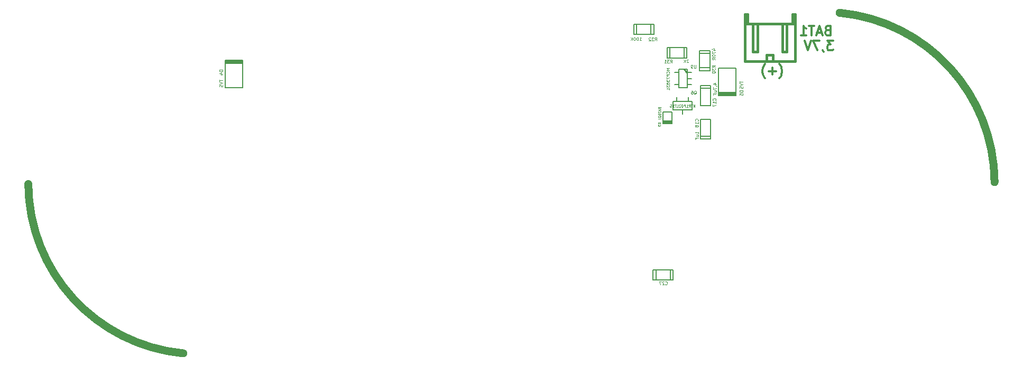
<source format=gbr>
%TF.GenerationSoftware,KiCad,Pcbnew,(5.1.5)-2*%
%TF.CreationDate,2019-12-16T21:25:58-05:00*%
%TF.ProjectId,Game_Cat,47616d65-5f43-4617-942e-6b696361645f,2.8*%
%TF.SameCoordinates,Original*%
%TF.FileFunction,Legend,Bot*%
%TF.FilePolarity,Positive*%
%FSLAX46Y46*%
G04 Gerber Fmt 4.6, Leading zero omitted, Abs format (unit mm)*
G04 Created by KiCad (PCBNEW (5.1.5)-2) date 2019-12-16 21:25:58*
%MOMM*%
%LPD*%
G04 APERTURE LIST*
%ADD10C,1.270000*%
%ADD11C,0.300000*%
%ADD12C,0.381000*%
%ADD13C,0.127000*%
%ADD14C,0.304800*%
%ADD15C,0.119380*%
%ADD16C,0.099060*%
%ADD17C,0.095250*%
G04 APERTURE END LIST*
D10*
X218600233Y-98909810D02*
G75*
G03X193776600Y-71755000I-27411893J-134950D01*
G01*
D11*
X181857142Y-82250000D02*
X181785714Y-82178571D01*
X181642857Y-81964285D01*
X181571428Y-81821428D01*
X181500000Y-81607142D01*
X181428571Y-81250000D01*
X181428571Y-80964285D01*
X181500000Y-80607142D01*
X181571428Y-80392857D01*
X181642857Y-80250000D01*
X181785714Y-80035714D01*
X181857142Y-79964285D01*
X182428571Y-81107142D02*
X183571428Y-81107142D01*
X183000000Y-81678571D02*
X183000000Y-80535714D01*
X184142857Y-82250000D02*
X184214285Y-82178571D01*
X184357142Y-81964285D01*
X184428571Y-81821428D01*
X184500000Y-81607142D01*
X184571428Y-81250000D01*
X184571428Y-80964285D01*
X184500000Y-80607142D01*
X184428571Y-80392857D01*
X184357142Y-80250000D01*
X184214285Y-80035714D01*
X184142857Y-79964285D01*
D10*
X63857927Y-99189870D02*
G75*
G03X88681560Y-126344680I27411893J134950D01*
G01*
D12*
%TO.C,BAT1*%
X183926480Y-79517240D02*
X184226200Y-79517240D01*
X178625500Y-73517760D02*
X186626500Y-73517760D01*
X186626500Y-79517240D02*
X178625500Y-79517240D01*
X179925980Y-78016100D02*
X179925980Y-73517760D01*
X180627020Y-78016100D02*
X179925980Y-78016100D01*
X180627020Y-73517760D02*
X180627020Y-78016100D01*
X185326020Y-78016100D02*
X185326020Y-73517760D01*
X184624980Y-78016100D02*
X185326020Y-78016100D01*
X184624980Y-73517760D02*
X184624980Y-78016100D01*
X182125620Y-78516480D02*
X182125620Y-79517240D01*
X183126380Y-78516480D02*
X182125620Y-78516480D01*
X183126380Y-79517240D02*
X183126380Y-78516480D01*
X186225180Y-72016620D02*
X186626500Y-72016620D01*
X186225180Y-73517760D02*
X186225180Y-72016620D01*
X186425840Y-72016620D02*
X186425840Y-73517760D01*
X179026820Y-72016620D02*
X179026820Y-73517760D01*
X178826160Y-73517760D02*
X178826160Y-72016620D01*
X178625500Y-72016620D02*
X179026820Y-72016620D01*
X178625500Y-72016620D02*
X178625500Y-79517240D01*
X186626500Y-79517240D02*
X186626500Y-72016620D01*
D13*
%TO.C,C17*%
X171499913Y-83879520D02*
X173125513Y-83879520D01*
X173125513Y-86622720D02*
X171499913Y-86622720D01*
X171499913Y-86622720D02*
X171499913Y-83422320D01*
X171499913Y-83422320D02*
X173125513Y-83422320D01*
X173125513Y-83422320D02*
X173125513Y-86622720D01*
%TO.C,C18*%
X171487200Y-92000200D02*
X171487200Y-88799800D01*
X173112800Y-92000200D02*
X171487200Y-92000200D01*
X173112800Y-88799800D02*
X173112800Y-92000200D01*
X171487200Y-88799800D02*
X173112800Y-88799800D01*
X173112800Y-91543000D02*
X171487200Y-91543000D01*
%TO.C,C27*%
X167100200Y-114612800D02*
X163899800Y-114612800D01*
X167100200Y-112987200D02*
X167100200Y-114612800D01*
X163899800Y-112987200D02*
X167100200Y-112987200D01*
X163899800Y-114612800D02*
X163899800Y-112987200D01*
X164357000Y-114612800D02*
X164357000Y-112987200D01*
X166643000Y-112987200D02*
X166643000Y-114612800D01*
%TO.C,D3*%
X166917753Y-89477681D02*
X165515673Y-89477681D01*
X166917753Y-87679361D02*
X166917753Y-89477681D01*
X165515673Y-87679361D02*
X166917753Y-87679361D01*
X165515673Y-89477681D02*
X165515673Y-87679361D01*
X165515673Y-89078901D02*
X166917753Y-89078901D01*
X165515673Y-89177961D02*
X166917753Y-89177961D01*
X166917753Y-89279561D02*
X165515673Y-89279561D01*
X165515673Y-89378621D02*
X166917753Y-89378621D01*
%TO.C,D4*%
X95374460Y-79433420D02*
X98173540Y-79433420D01*
X98173540Y-79535020D02*
X95374460Y-79535020D01*
X95374460Y-79634080D02*
X98173540Y-79634080D01*
X98173540Y-79733140D02*
X95374460Y-79733140D01*
X98173540Y-79834740D02*
X95374460Y-79834740D01*
X98173540Y-79334360D02*
X98173540Y-83733640D01*
X98173540Y-83733640D02*
X95374460Y-83733640D01*
X95374460Y-83733640D02*
X95374460Y-79334360D01*
X95374460Y-79334360D02*
X98173540Y-79334360D01*
%TO.C,D5*%
X177167540Y-85003640D02*
X174368460Y-85003640D01*
X177167540Y-80604360D02*
X177167540Y-85003640D01*
X174368460Y-80604360D02*
X177167540Y-80604360D01*
X174368460Y-85003640D02*
X174368460Y-80604360D01*
X174368460Y-84503260D02*
X177167540Y-84503260D01*
X174368460Y-84604860D02*
X177167540Y-84604860D01*
X177167540Y-84703920D02*
X174368460Y-84703920D01*
X174368460Y-84802980D02*
X177167540Y-84802980D01*
X177167540Y-84904580D02*
X174368460Y-84904580D01*
%TO.C,Q6*%
X169582213Y-85934381D02*
X169582213Y-85273981D01*
X167677213Y-85934381D02*
X167677213Y-85273981D01*
X168629713Y-87331381D02*
X168629713Y-87991781D01*
X167131113Y-87331381D02*
X170128313Y-87331381D01*
X170128313Y-87331381D02*
X170128313Y-85934381D01*
X170128313Y-85934381D02*
X167131113Y-85934381D01*
X167131113Y-85934381D02*
X167131113Y-87331381D01*
%TO.C,R30*%
X172998514Y-77834321D02*
X172998514Y-81034721D01*
X171372914Y-77834321D02*
X172998514Y-77834321D01*
X171372914Y-81034721D02*
X171372914Y-77834321D01*
X172998514Y-81034721D02*
X171372914Y-81034721D01*
X172998514Y-80577521D02*
X171372914Y-80577521D01*
X171372914Y-78291521D02*
X172998514Y-78291521D01*
%TO.C,R31*%
X168883713Y-77351720D02*
X168883713Y-78977320D01*
X166597713Y-78977320D02*
X166597713Y-77351720D01*
X166140513Y-78977320D02*
X166140513Y-77351720D01*
X166140513Y-77351720D02*
X169340913Y-77351720D01*
X169340913Y-77351720D02*
X169340913Y-78977320D01*
X169340913Y-78977320D02*
X166140513Y-78977320D01*
%TO.C,R32*%
X164033200Y-75209400D02*
X160832800Y-75209400D01*
X164033200Y-73583800D02*
X164033200Y-75209400D01*
X160832800Y-73583800D02*
X164033200Y-73583800D01*
X160832800Y-75209400D02*
X160832800Y-73583800D01*
X161290000Y-75209400D02*
X161290000Y-73583800D01*
X163576000Y-73583800D02*
X163576000Y-75209400D01*
%TO.C,U9*%
X169414571Y-80793422D02*
X168017571Y-80793422D01*
X169414571Y-83790622D02*
X169414571Y-80793422D01*
X168017571Y-83790622D02*
X169414571Y-83790622D01*
X168017571Y-80793422D02*
X168017571Y-83790622D01*
X169414571Y-81339522D02*
X170074971Y-81339522D01*
X169414571Y-83244522D02*
X170074971Y-83244522D01*
X169414571Y-82292022D02*
X170074971Y-82292022D01*
X168017571Y-81339522D02*
X167357171Y-81339522D01*
X168017571Y-83244522D02*
X167357171Y-83244522D01*
X169414571Y-81288722D02*
X168919271Y-80793422D01*
X169414571Y-81441122D02*
X168766871Y-80793422D01*
%TO.C,BAT1*%
D14*
X191842571Y-74567142D02*
X191624857Y-74639714D01*
X191552285Y-74712285D01*
X191479714Y-74857428D01*
X191479714Y-75075142D01*
X191552285Y-75220285D01*
X191624857Y-75292857D01*
X191770000Y-75365428D01*
X192350571Y-75365428D01*
X192350571Y-73841428D01*
X191842571Y-73841428D01*
X191697428Y-73914000D01*
X191624857Y-73986571D01*
X191552285Y-74131714D01*
X191552285Y-74276857D01*
X191624857Y-74422000D01*
X191697428Y-74494571D01*
X191842571Y-74567142D01*
X192350571Y-74567142D01*
X190899142Y-74930000D02*
X190173428Y-74930000D01*
X191044285Y-75365428D02*
X190536285Y-73841428D01*
X190028285Y-75365428D01*
X189738000Y-73841428D02*
X188867142Y-73841428D01*
X189302571Y-75365428D02*
X189302571Y-73841428D01*
X187560857Y-75365428D02*
X188431714Y-75365428D01*
X187996285Y-75365428D02*
X187996285Y-73841428D01*
X188141428Y-74059142D01*
X188286571Y-74204285D01*
X188431714Y-74276857D01*
X192749714Y-76254428D02*
X191806285Y-76254428D01*
X192314285Y-76835000D01*
X192096571Y-76835000D01*
X191951428Y-76907571D01*
X191878857Y-76980142D01*
X191806285Y-77125285D01*
X191806285Y-77488142D01*
X191878857Y-77633285D01*
X191951428Y-77705857D01*
X192096571Y-77778428D01*
X192532000Y-77778428D01*
X192677142Y-77705857D01*
X192749714Y-77633285D01*
X191080571Y-77705857D02*
X191080571Y-77778428D01*
X191153142Y-77923571D01*
X191225714Y-77996142D01*
X190572571Y-76254428D02*
X189556571Y-76254428D01*
X190209714Y-77778428D01*
X189193714Y-76254428D02*
X188685714Y-77778428D01*
X188177714Y-76254428D01*
%TO.C,C17*%
D15*
X173914707Y-85784327D02*
X173938534Y-85760499D01*
X173962362Y-85689016D01*
X173962362Y-85641361D01*
X173938534Y-85569878D01*
X173890879Y-85522223D01*
X173843224Y-85498395D01*
X173747913Y-85474568D01*
X173676430Y-85474568D01*
X173581120Y-85498395D01*
X173533465Y-85522223D01*
X173485810Y-85569878D01*
X173461982Y-85641361D01*
X173461982Y-85689016D01*
X173485810Y-85760499D01*
X173509637Y-85784327D01*
X173962362Y-86260879D02*
X173962362Y-85974948D01*
X173962362Y-86117913D02*
X173461982Y-86117913D01*
X173533465Y-86070258D01*
X173581120Y-86022603D01*
X173604948Y-85974948D01*
X173461982Y-86427672D02*
X173461982Y-86761259D01*
X173962362Y-86546810D01*
X173692275Y-83244085D02*
X174025862Y-83244085D01*
X173501654Y-83124947D02*
X173859069Y-83005809D01*
X173859069Y-83315568D01*
X174002034Y-83530016D02*
X174025862Y-83530016D01*
X174073517Y-83506189D01*
X174097345Y-83482361D01*
X173525482Y-83696810D02*
X173525482Y-84030396D01*
X174025862Y-83815948D01*
X173692275Y-84435466D02*
X174025862Y-84435466D01*
X173692275Y-84221017D02*
X173954379Y-84221017D01*
X174002034Y-84244845D01*
X174025862Y-84292500D01*
X174025862Y-84363983D01*
X174002034Y-84411638D01*
X173978207Y-84435466D01*
X173763758Y-84840535D02*
X173763758Y-84673742D01*
X174025862Y-84673742D02*
X173525482Y-84673742D01*
X173525482Y-84912018D01*
%TO.C,C18*%
X171081707Y-89062327D02*
X171105534Y-89038499D01*
X171129362Y-88967016D01*
X171129362Y-88919361D01*
X171105534Y-88847878D01*
X171057879Y-88800223D01*
X171010224Y-88776395D01*
X170914913Y-88752568D01*
X170843430Y-88752568D01*
X170748120Y-88776395D01*
X170700465Y-88800223D01*
X170652810Y-88847878D01*
X170628982Y-88919361D01*
X170628982Y-88967016D01*
X170652810Y-89038499D01*
X170676637Y-89062327D01*
X171129362Y-89538879D02*
X171129362Y-89252948D01*
X171129362Y-89395913D02*
X170628982Y-89395913D01*
X170700465Y-89348258D01*
X170748120Y-89300603D01*
X170771948Y-89252948D01*
X170843430Y-89824810D02*
X170819603Y-89777155D01*
X170795775Y-89753328D01*
X170748120Y-89729500D01*
X170724292Y-89729500D01*
X170676637Y-89753328D01*
X170652810Y-89777155D01*
X170628982Y-89824810D01*
X170628982Y-89920121D01*
X170652810Y-89967776D01*
X170676637Y-89991604D01*
X170724292Y-90015431D01*
X170748120Y-90015431D01*
X170795775Y-89991604D01*
X170819603Y-89967776D01*
X170843430Y-89920121D01*
X170843430Y-89824810D01*
X170867258Y-89777155D01*
X170891086Y-89753328D01*
X170938741Y-89729500D01*
X171034051Y-89729500D01*
X171081707Y-89753328D01*
X171105534Y-89777155D01*
X171129362Y-89824810D01*
X171129362Y-89920121D01*
X171105534Y-89967776D01*
X171081707Y-89991604D01*
X171034051Y-90015431D01*
X170938741Y-90015431D01*
X170891086Y-89991604D01*
X170867258Y-89967776D01*
X170843430Y-89920121D01*
X171125384Y-91118154D02*
X171125384Y-90832223D01*
X171125384Y-90975189D02*
X170625004Y-90975189D01*
X170696487Y-90927533D01*
X170744142Y-90879878D01*
X170767970Y-90832223D01*
X170791797Y-91547051D02*
X171125384Y-91547051D01*
X170791797Y-91332603D02*
X171053901Y-91332603D01*
X171101556Y-91356430D01*
X171125384Y-91404086D01*
X171125384Y-91475569D01*
X171101556Y-91523224D01*
X171077729Y-91547051D01*
X170863280Y-91952121D02*
X170863280Y-91785328D01*
X171125384Y-91785328D02*
X170625004Y-91785328D01*
X170625004Y-92023604D01*
%TO.C,C27*%
X165847072Y-115274107D02*
X165870900Y-115297934D01*
X165942383Y-115321762D01*
X165990038Y-115321762D01*
X166061521Y-115297934D01*
X166109176Y-115250279D01*
X166133004Y-115202624D01*
X166156831Y-115107313D01*
X166156831Y-115035830D01*
X166133004Y-114940520D01*
X166109176Y-114892865D01*
X166061521Y-114845210D01*
X165990038Y-114821382D01*
X165942383Y-114821382D01*
X165870900Y-114845210D01*
X165847072Y-114869037D01*
X165656451Y-114869037D02*
X165632624Y-114845210D01*
X165584969Y-114821382D01*
X165465830Y-114821382D01*
X165418175Y-114845210D01*
X165394348Y-114869037D01*
X165370520Y-114916692D01*
X165370520Y-114964348D01*
X165394348Y-115035830D01*
X165680279Y-115321762D01*
X165370520Y-115321762D01*
X165203727Y-114821382D02*
X164870140Y-114821382D01*
X165084589Y-115321762D01*
%TO.C,D3*%
D16*
X165089900Y-89304162D02*
X164691120Y-89304162D01*
X164691120Y-89399110D01*
X164710110Y-89456078D01*
X164748089Y-89494057D01*
X164786068Y-89513047D01*
X164862026Y-89532036D01*
X164918994Y-89532036D01*
X164994952Y-89513047D01*
X165032931Y-89494057D01*
X165070910Y-89456078D01*
X165089900Y-89399110D01*
X165089900Y-89304162D01*
X164691120Y-89664963D02*
X164691120Y-89911827D01*
X164843036Y-89778900D01*
X164843036Y-89835869D01*
X164862026Y-89873848D01*
X164881015Y-89892837D01*
X164918994Y-89911827D01*
X165013942Y-89911827D01*
X165051921Y-89892837D01*
X165070910Y-89873848D01*
X165089900Y-89835869D01*
X165089900Y-89721931D01*
X165070910Y-89683952D01*
X165051921Y-89664963D01*
X164918228Y-86994455D02*
X164937218Y-87051424D01*
X164956207Y-87070413D01*
X164994186Y-87089403D01*
X165051155Y-87089403D01*
X165089134Y-87070413D01*
X165108123Y-87051424D01*
X165127113Y-87013445D01*
X165127113Y-86861529D01*
X164728333Y-86861529D01*
X164728333Y-86994455D01*
X164747323Y-87032434D01*
X164766312Y-87051424D01*
X164804291Y-87070413D01*
X164842270Y-87070413D01*
X164880249Y-87051424D01*
X164899239Y-87032434D01*
X164918228Y-86994455D01*
X164918228Y-86861529D01*
X165013176Y-87241319D02*
X165013176Y-87431214D01*
X165127113Y-87203340D02*
X164728333Y-87336267D01*
X165127113Y-87469193D01*
X164728333Y-87545151D02*
X164728333Y-87773026D01*
X165127113Y-87659089D02*
X164728333Y-87659089D01*
X164728333Y-88076858D02*
X164728333Y-88000900D01*
X164747323Y-87962921D01*
X164766312Y-87943931D01*
X164823281Y-87905952D01*
X164899239Y-87886963D01*
X165051155Y-87886963D01*
X165089134Y-87905952D01*
X165108123Y-87924942D01*
X165127113Y-87962921D01*
X165127113Y-88038879D01*
X165108123Y-88076858D01*
X165089134Y-88095848D01*
X165051155Y-88114837D01*
X164956207Y-88114837D01*
X164918228Y-88095848D01*
X164899239Y-88076858D01*
X164880249Y-88038879D01*
X164880249Y-87962921D01*
X164899239Y-87924942D01*
X164918228Y-87905952D01*
X164956207Y-87886963D01*
X164728333Y-88361701D02*
X164728333Y-88399680D01*
X164747323Y-88437659D01*
X164766312Y-88456649D01*
X164804291Y-88475638D01*
X164880249Y-88494628D01*
X164975197Y-88494628D01*
X165051155Y-88475638D01*
X165089134Y-88456649D01*
X165108123Y-88437659D01*
X165127113Y-88399680D01*
X165127113Y-88361701D01*
X165108123Y-88323722D01*
X165089134Y-88304732D01*
X165051155Y-88285743D01*
X164975197Y-88266753D01*
X164880249Y-88266753D01*
X164804291Y-88285743D01*
X164766312Y-88304732D01*
X164747323Y-88323722D01*
X164728333Y-88361701D01*
X164728333Y-88779470D02*
X165013176Y-88779470D01*
X165070144Y-88760481D01*
X165108123Y-88722502D01*
X165127113Y-88665533D01*
X165127113Y-88627554D01*
%TO.C,D4*%
D15*
X94968362Y-80910671D02*
X94467982Y-80910671D01*
X94467982Y-81029810D01*
X94491810Y-81101292D01*
X94539465Y-81148948D01*
X94587120Y-81172775D01*
X94682430Y-81196603D01*
X94753913Y-81196603D01*
X94849224Y-81172775D01*
X94896879Y-81148948D01*
X94944534Y-81101292D01*
X94968362Y-81029810D01*
X94968362Y-80910671D01*
X94634775Y-81625500D02*
X94968362Y-81625500D01*
X94444154Y-81506362D02*
X94801569Y-81387224D01*
X94801569Y-81696983D01*
X94467982Y-82462309D02*
X94467982Y-82748240D01*
X94968362Y-82605275D02*
X94467982Y-82605275D01*
X94467982Y-82843551D02*
X94968362Y-83010344D01*
X94467982Y-83177138D01*
X94944534Y-83320103D02*
X94968362Y-83391586D01*
X94968362Y-83510724D01*
X94944534Y-83558380D01*
X94920707Y-83582207D01*
X94873051Y-83606035D01*
X94825396Y-83606035D01*
X94777741Y-83582207D01*
X94753913Y-83558380D01*
X94730086Y-83510724D01*
X94706258Y-83415414D01*
X94682430Y-83367759D01*
X94658603Y-83343931D01*
X94610948Y-83320103D01*
X94563292Y-83320103D01*
X94515637Y-83343931D01*
X94491810Y-83367759D01*
X94467982Y-83415414D01*
X94467982Y-83534552D01*
X94491810Y-83606035D01*
%TO.C,D5*%
X178280362Y-84212671D02*
X177779982Y-84212671D01*
X177779982Y-84331810D01*
X177803810Y-84403292D01*
X177851465Y-84450948D01*
X177899120Y-84474775D01*
X177994430Y-84498603D01*
X178065913Y-84498603D01*
X178161224Y-84474775D01*
X178208879Y-84450948D01*
X178256534Y-84403292D01*
X178280362Y-84331810D01*
X178280362Y-84212671D01*
X177779982Y-84951328D02*
X177779982Y-84713051D01*
X178018258Y-84689224D01*
X177994430Y-84713051D01*
X177970603Y-84760707D01*
X177970603Y-84879845D01*
X177994430Y-84927500D01*
X178018258Y-84951328D01*
X178065913Y-84975155D01*
X178185051Y-84975155D01*
X178232707Y-84951328D01*
X178256534Y-84927500D01*
X178280362Y-84879845D01*
X178280362Y-84760707D01*
X178256534Y-84713051D01*
X178232707Y-84689224D01*
X177779982Y-82716309D02*
X177779982Y-83002240D01*
X178280362Y-82859275D02*
X177779982Y-82859275D01*
X177779982Y-83097551D02*
X178280362Y-83264344D01*
X177779982Y-83431138D01*
X178256534Y-83574103D02*
X178280362Y-83645586D01*
X178280362Y-83764724D01*
X178256534Y-83812380D01*
X178232707Y-83836207D01*
X178185051Y-83860035D01*
X178137396Y-83860035D01*
X178089741Y-83836207D01*
X178065913Y-83812380D01*
X178042086Y-83764724D01*
X178018258Y-83669414D01*
X177994430Y-83621759D01*
X177970603Y-83597931D01*
X177922948Y-83574103D01*
X177875292Y-83574103D01*
X177827637Y-83597931D01*
X177803810Y-83621759D01*
X177779982Y-83669414D01*
X177779982Y-83788552D01*
X177803810Y-83860035D01*
%TO.C,Q6*%
D16*
X170455368Y-84792517D02*
X170503023Y-84768690D01*
X170550678Y-84721034D01*
X170622161Y-84649551D01*
X170669816Y-84625724D01*
X170717472Y-84625724D01*
X170693644Y-84744862D02*
X170741299Y-84721034D01*
X170788954Y-84673379D01*
X170812782Y-84578069D01*
X170812782Y-84411275D01*
X170788954Y-84315965D01*
X170741299Y-84268310D01*
X170693644Y-84244482D01*
X170598333Y-84244482D01*
X170550678Y-84268310D01*
X170503023Y-84315965D01*
X170479195Y-84411275D01*
X170479195Y-84578069D01*
X170503023Y-84673379D01*
X170550678Y-84721034D01*
X170598333Y-84744862D01*
X170693644Y-84744862D01*
X170050298Y-84244482D02*
X170145609Y-84244482D01*
X170193264Y-84268310D01*
X170217092Y-84292137D01*
X170264747Y-84363620D01*
X170288574Y-84458930D01*
X170288574Y-84649551D01*
X170264747Y-84697207D01*
X170240919Y-84721034D01*
X170193264Y-84744862D01*
X170097953Y-84744862D01*
X170050298Y-84721034D01*
X170026471Y-84697207D01*
X170002643Y-84649551D01*
X170002643Y-84530413D01*
X170026471Y-84482758D01*
X170050298Y-84458930D01*
X170097953Y-84435103D01*
X170193264Y-84435103D01*
X170240919Y-84458930D01*
X170264747Y-84482758D01*
X170288574Y-84530413D01*
D17*
X170603655Y-86857368D02*
X170603655Y-86450968D01*
X170371427Y-86857368D01*
X170371427Y-86450968D01*
X170235960Y-86450968D02*
X170003732Y-86450968D01*
X170119846Y-86857368D02*
X170119846Y-86450968D01*
X169636036Y-86857368D02*
X169771503Y-86663844D01*
X169868265Y-86857368D02*
X169868265Y-86450968D01*
X169713446Y-86450968D01*
X169674741Y-86470321D01*
X169655389Y-86489673D01*
X169636036Y-86528378D01*
X169636036Y-86586435D01*
X169655389Y-86625140D01*
X169674741Y-86644492D01*
X169713446Y-86663844D01*
X169868265Y-86663844D01*
X169248989Y-86857368D02*
X169481217Y-86857368D01*
X169365103Y-86857368D02*
X169365103Y-86450968D01*
X169403808Y-86509025D01*
X169442513Y-86547730D01*
X169481217Y-86567082D01*
X169074817Y-86857368D02*
X169074817Y-86450968D01*
X168919998Y-86450968D01*
X168881293Y-86470321D01*
X168861941Y-86489673D01*
X168842589Y-86528378D01*
X168842589Y-86586435D01*
X168861941Y-86625140D01*
X168881293Y-86644492D01*
X168919998Y-86663844D01*
X169074817Y-86663844D01*
X168591008Y-86450968D02*
X168552303Y-86450968D01*
X168513598Y-86470321D01*
X168494246Y-86489673D01*
X168474893Y-86528378D01*
X168455541Y-86605787D01*
X168455541Y-86702549D01*
X168474893Y-86779959D01*
X168494246Y-86818663D01*
X168513598Y-86838016D01*
X168552303Y-86857368D01*
X168591008Y-86857368D01*
X168629713Y-86838016D01*
X168649065Y-86818663D01*
X168668417Y-86779959D01*
X168687770Y-86702549D01*
X168687770Y-86605787D01*
X168668417Y-86528378D01*
X168649065Y-86489673D01*
X168629713Y-86470321D01*
X168591008Y-86450968D01*
X168300722Y-86489673D02*
X168281370Y-86470321D01*
X168242665Y-86450968D01*
X168145903Y-86450968D01*
X168107198Y-86470321D01*
X168087846Y-86489673D01*
X168068493Y-86528378D01*
X168068493Y-86567082D01*
X168087846Y-86625140D01*
X168320074Y-86857368D01*
X168068493Y-86857368D01*
X167700798Y-86857368D02*
X167894322Y-86857368D01*
X167894322Y-86450968D01*
X167623389Y-86450968D02*
X167391160Y-86450968D01*
X167507274Y-86857368D02*
X167507274Y-86450968D01*
X167042817Y-86857368D02*
X167275046Y-86857368D01*
X167158932Y-86857368D02*
X167158932Y-86450968D01*
X167197636Y-86509025D01*
X167236341Y-86547730D01*
X167275046Y-86567082D01*
X166655770Y-86470321D02*
X166694474Y-86450968D01*
X166752532Y-86450968D01*
X166810589Y-86470321D01*
X166849293Y-86509025D01*
X166868646Y-86547730D01*
X166887998Y-86625140D01*
X166887998Y-86683197D01*
X166868646Y-86760606D01*
X166849293Y-86799311D01*
X166810589Y-86838016D01*
X166752532Y-86857368D01*
X166713827Y-86857368D01*
X166655770Y-86838016D01*
X166636417Y-86818663D01*
X166636417Y-86683197D01*
X166713827Y-86683197D01*
%TO.C,R30*%
D15*
X173835362Y-80450327D02*
X173597086Y-80283533D01*
X173835362Y-80164395D02*
X173334982Y-80164395D01*
X173334982Y-80355016D01*
X173358810Y-80402671D01*
X173382637Y-80426499D01*
X173430292Y-80450327D01*
X173501775Y-80450327D01*
X173549430Y-80426499D01*
X173573258Y-80402671D01*
X173597086Y-80355016D01*
X173597086Y-80164395D01*
X173334982Y-80617120D02*
X173334982Y-80926879D01*
X173525603Y-80760086D01*
X173525603Y-80831569D01*
X173549430Y-80879224D01*
X173573258Y-80903051D01*
X173620913Y-80926879D01*
X173740051Y-80926879D01*
X173787707Y-80903051D01*
X173811534Y-80879224D01*
X173835362Y-80831569D01*
X173835362Y-80688603D01*
X173811534Y-80640948D01*
X173787707Y-80617120D01*
X173334982Y-81236638D02*
X173334982Y-81284293D01*
X173358810Y-81331949D01*
X173382637Y-81355776D01*
X173430292Y-81379604D01*
X173525603Y-81403431D01*
X173644741Y-81403431D01*
X173740051Y-81379604D01*
X173787707Y-81355776D01*
X173811534Y-81331949D01*
X173835362Y-81284293D01*
X173835362Y-81236638D01*
X173811534Y-81188983D01*
X173787707Y-81165155D01*
X173740051Y-81141328D01*
X173644741Y-81117500D01*
X173525603Y-81117500D01*
X173430292Y-81141328D01*
X173382637Y-81165155D01*
X173358810Y-81188983D01*
X173334982Y-81236638D01*
X173501775Y-77727568D02*
X173835362Y-77727568D01*
X173311154Y-77608430D02*
X173668569Y-77489291D01*
X173668569Y-77799050D01*
X173334982Y-77942016D02*
X173334982Y-78275603D01*
X173835362Y-78061154D01*
X173334982Y-78561534D02*
X173334982Y-78609190D01*
X173358810Y-78656845D01*
X173382637Y-78680672D01*
X173430292Y-78704500D01*
X173525603Y-78728328D01*
X173644741Y-78728328D01*
X173740051Y-78704500D01*
X173787707Y-78680672D01*
X173811534Y-78656845D01*
X173835362Y-78609190D01*
X173835362Y-78561534D01*
X173811534Y-78513879D01*
X173787707Y-78490051D01*
X173740051Y-78466224D01*
X173644741Y-78442396D01*
X173525603Y-78442396D01*
X173430292Y-78466224D01*
X173382637Y-78490051D01*
X173358810Y-78513879D01*
X173334982Y-78561534D01*
X173835362Y-79228708D02*
X173597086Y-79061914D01*
X173835362Y-78942776D02*
X173334982Y-78942776D01*
X173334982Y-79133397D01*
X173358810Y-79181052D01*
X173382637Y-79204880D01*
X173430292Y-79228708D01*
X173501775Y-79228708D01*
X173549430Y-79204880D01*
X173573258Y-79181052D01*
X173597086Y-79133397D01*
X173597086Y-78942776D01*
%TO.C,R31*%
X166665385Y-79787882D02*
X166832179Y-79549606D01*
X166951317Y-79787882D02*
X166951317Y-79287502D01*
X166760696Y-79287502D01*
X166713041Y-79311330D01*
X166689213Y-79335157D01*
X166665385Y-79382812D01*
X166665385Y-79454295D01*
X166689213Y-79501950D01*
X166713041Y-79525778D01*
X166760696Y-79549606D01*
X166951317Y-79549606D01*
X166498592Y-79287502D02*
X166188833Y-79287502D01*
X166355626Y-79478123D01*
X166284143Y-79478123D01*
X166236488Y-79501950D01*
X166212661Y-79525778D01*
X166188833Y-79573433D01*
X166188833Y-79692571D01*
X166212661Y-79740227D01*
X166236488Y-79764054D01*
X166284143Y-79787882D01*
X166427109Y-79787882D01*
X166474764Y-79764054D01*
X166498592Y-79740227D01*
X165712281Y-79787882D02*
X165998212Y-79787882D01*
X165855246Y-79787882D02*
X165855246Y-79287502D01*
X165902902Y-79358985D01*
X165950557Y-79406640D01*
X165998212Y-79430468D01*
X169557155Y-79275637D02*
X169533328Y-79251810D01*
X169485672Y-79227982D01*
X169366534Y-79227982D01*
X169318879Y-79251810D01*
X169295051Y-79275637D01*
X169271224Y-79323292D01*
X169271224Y-79370948D01*
X169295051Y-79442430D01*
X169580983Y-79728362D01*
X169271224Y-79728362D01*
X169056775Y-79728362D02*
X169056775Y-79227982D01*
X168770844Y-79728362D02*
X168985292Y-79442430D01*
X168770844Y-79227982D02*
X169056775Y-79513913D01*
%TO.C,R32*%
X164177072Y-76223162D02*
X164343866Y-75984886D01*
X164463004Y-76223162D02*
X164463004Y-75722782D01*
X164272383Y-75722782D01*
X164224728Y-75746610D01*
X164200900Y-75770437D01*
X164177072Y-75818092D01*
X164177072Y-75889575D01*
X164200900Y-75937230D01*
X164224728Y-75961058D01*
X164272383Y-75984886D01*
X164463004Y-75984886D01*
X164010279Y-75722782D02*
X163700520Y-75722782D01*
X163867313Y-75913403D01*
X163795830Y-75913403D01*
X163748175Y-75937230D01*
X163724348Y-75961058D01*
X163700520Y-76008713D01*
X163700520Y-76127851D01*
X163724348Y-76175507D01*
X163748175Y-76199334D01*
X163795830Y-76223162D01*
X163938796Y-76223162D01*
X163986451Y-76199334D01*
X164010279Y-76175507D01*
X163509899Y-75770437D02*
X163486071Y-75746610D01*
X163438416Y-75722782D01*
X163319278Y-75722782D01*
X163271623Y-75746610D01*
X163247795Y-75770437D01*
X163223968Y-75818092D01*
X163223968Y-75865748D01*
X163247795Y-75937230D01*
X163533727Y-76223162D01*
X163223968Y-76223162D01*
X161746776Y-76172362D02*
X162032708Y-76172362D01*
X161889742Y-76172362D02*
X161889742Y-75671982D01*
X161937397Y-75743465D01*
X161985052Y-75791120D01*
X162032708Y-75814948D01*
X161437017Y-75671982D02*
X161389362Y-75671982D01*
X161341707Y-75695810D01*
X161317879Y-75719637D01*
X161294051Y-75767292D01*
X161270224Y-75862603D01*
X161270224Y-75981741D01*
X161294051Y-76077051D01*
X161317879Y-76124707D01*
X161341707Y-76148534D01*
X161389362Y-76172362D01*
X161437017Y-76172362D01*
X161484672Y-76148534D01*
X161508500Y-76124707D01*
X161532328Y-76077051D01*
X161556155Y-75981741D01*
X161556155Y-75862603D01*
X161532328Y-75767292D01*
X161508500Y-75719637D01*
X161484672Y-75695810D01*
X161437017Y-75671982D01*
X160960465Y-75671982D02*
X160912810Y-75671982D01*
X160865154Y-75695810D01*
X160841327Y-75719637D01*
X160817499Y-75767292D01*
X160793671Y-75862603D01*
X160793671Y-75981741D01*
X160817499Y-76077051D01*
X160841327Y-76124707D01*
X160865154Y-76148534D01*
X160912810Y-76172362D01*
X160960465Y-76172362D01*
X161008120Y-76148534D01*
X161031948Y-76124707D01*
X161055775Y-76077051D01*
X161079603Y-75981741D01*
X161079603Y-75862603D01*
X161055775Y-75767292D01*
X161031948Y-75719637D01*
X161008120Y-75695810D01*
X160960465Y-75671982D01*
X160579223Y-76172362D02*
X160579223Y-75671982D01*
X160293291Y-76172362D02*
X160507740Y-75886430D01*
X160293291Y-75671982D02*
X160579223Y-75957913D01*
%TO.C,U9*%
D16*
X170751741Y-80116982D02*
X170751741Y-80522051D01*
X170727914Y-80569707D01*
X170704086Y-80593534D01*
X170656431Y-80617362D01*
X170561120Y-80617362D01*
X170513465Y-80593534D01*
X170489638Y-80569707D01*
X170465810Y-80522051D01*
X170465810Y-80116982D01*
X170203706Y-80617362D02*
X170108396Y-80617362D01*
X170060740Y-80593534D01*
X170036913Y-80569707D01*
X169989258Y-80498224D01*
X169965430Y-80402913D01*
X169965430Y-80212292D01*
X169989258Y-80164637D01*
X170013085Y-80140810D01*
X170060740Y-80116982D01*
X170156051Y-80116982D01*
X170203706Y-80140810D01*
X170227534Y-80164637D01*
X170251361Y-80212292D01*
X170251361Y-80331430D01*
X170227534Y-80379086D01*
X170203706Y-80402913D01*
X170156051Y-80426741D01*
X170060740Y-80426741D01*
X170013085Y-80402913D01*
X169989258Y-80379086D01*
X169965430Y-80331430D01*
X166513328Y-80661328D02*
X166056128Y-80661328D01*
X166382700Y-80813728D01*
X166056128Y-80966128D01*
X166513328Y-80966128D01*
X166469785Y-81445100D02*
X166491557Y-81423328D01*
X166513328Y-81358014D01*
X166513328Y-81314471D01*
X166491557Y-81249157D01*
X166448014Y-81205614D01*
X166404471Y-81183842D01*
X166317385Y-81162071D01*
X166252071Y-81162071D01*
X166164985Y-81183842D01*
X166121442Y-81205614D01*
X166077900Y-81249157D01*
X166056128Y-81314471D01*
X166056128Y-81358014D01*
X166077900Y-81423328D01*
X166099671Y-81445100D01*
X166513328Y-81641042D02*
X166056128Y-81641042D01*
X166056128Y-81815214D01*
X166077900Y-81858757D01*
X166099671Y-81880528D01*
X166143214Y-81902300D01*
X166208528Y-81902300D01*
X166252071Y-81880528D01*
X166273842Y-81858757D01*
X166295614Y-81815214D01*
X166295614Y-81641042D01*
X166056128Y-82054700D02*
X166056128Y-82359500D01*
X166513328Y-82163557D01*
X166056128Y-82490128D02*
X166056128Y-82773157D01*
X166230300Y-82620757D01*
X166230300Y-82686071D01*
X166252071Y-82729614D01*
X166273842Y-82751385D01*
X166317385Y-82773157D01*
X166426242Y-82773157D01*
X166469785Y-82751385D01*
X166491557Y-82729614D01*
X166513328Y-82686071D01*
X166513328Y-82555442D01*
X166491557Y-82511900D01*
X166469785Y-82490128D01*
X166252071Y-83034414D02*
X166230300Y-82990871D01*
X166208528Y-82969100D01*
X166164985Y-82947328D01*
X166143214Y-82947328D01*
X166099671Y-82969100D01*
X166077900Y-82990871D01*
X166056128Y-83034414D01*
X166056128Y-83121500D01*
X166077900Y-83165042D01*
X166099671Y-83186814D01*
X166143214Y-83208585D01*
X166164985Y-83208585D01*
X166208528Y-83186814D01*
X166230300Y-83165042D01*
X166252071Y-83121500D01*
X166252071Y-83034414D01*
X166273842Y-82990871D01*
X166295614Y-82969100D01*
X166339157Y-82947328D01*
X166426242Y-82947328D01*
X166469785Y-82969100D01*
X166491557Y-82990871D01*
X166513328Y-83034414D01*
X166513328Y-83121500D01*
X166491557Y-83165042D01*
X166469785Y-83186814D01*
X166426242Y-83208585D01*
X166339157Y-83208585D01*
X166295614Y-83186814D01*
X166273842Y-83165042D01*
X166252071Y-83121500D01*
X166056128Y-83360985D02*
X166056128Y-83644014D01*
X166230300Y-83491614D01*
X166230300Y-83556928D01*
X166252071Y-83600471D01*
X166273842Y-83622242D01*
X166317385Y-83644014D01*
X166426242Y-83644014D01*
X166469785Y-83622242D01*
X166491557Y-83600471D01*
X166513328Y-83556928D01*
X166513328Y-83426300D01*
X166491557Y-83382757D01*
X166469785Y-83360985D01*
X166513328Y-84079442D02*
X166513328Y-83818185D01*
X166513328Y-83948814D02*
X166056128Y-83948814D01*
X166121442Y-83905271D01*
X166164985Y-83861728D01*
X166186757Y-83818185D01*
%TD*%
M02*

</source>
